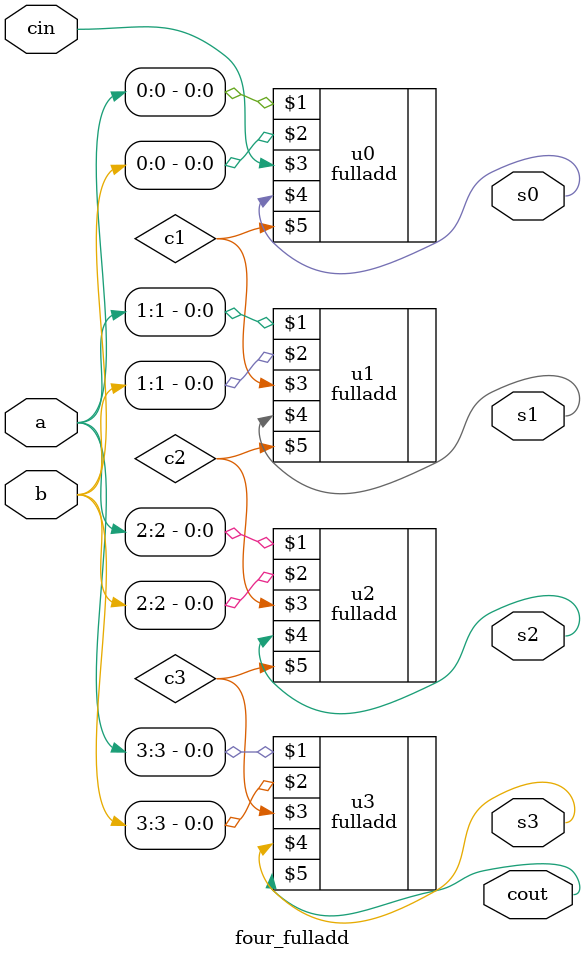
<source format=v>
module four_fulladd(a,b,cin,cout,s0,s1,s2,s3);//four fulladd module
input[3:0] a,b;//4bit a,b in
input cin;//1bit cin in
output cout,s0,s1,s2,s3;//1bit cout, s0,s1,s2,s3
wire c1,c2,c3;//wire

fulladd u0(a[0],b[0],cin,s0,c1);//fulladd
fulladd u1(a[1],b[1],c1,s1,c2);//fulladd
fulladd u2(a[2],b[2],c2,s2,c3);//fulladd
fulladd u3(a[3],b[3],c3,s3,cout);//fulladd

endmodule
</source>
